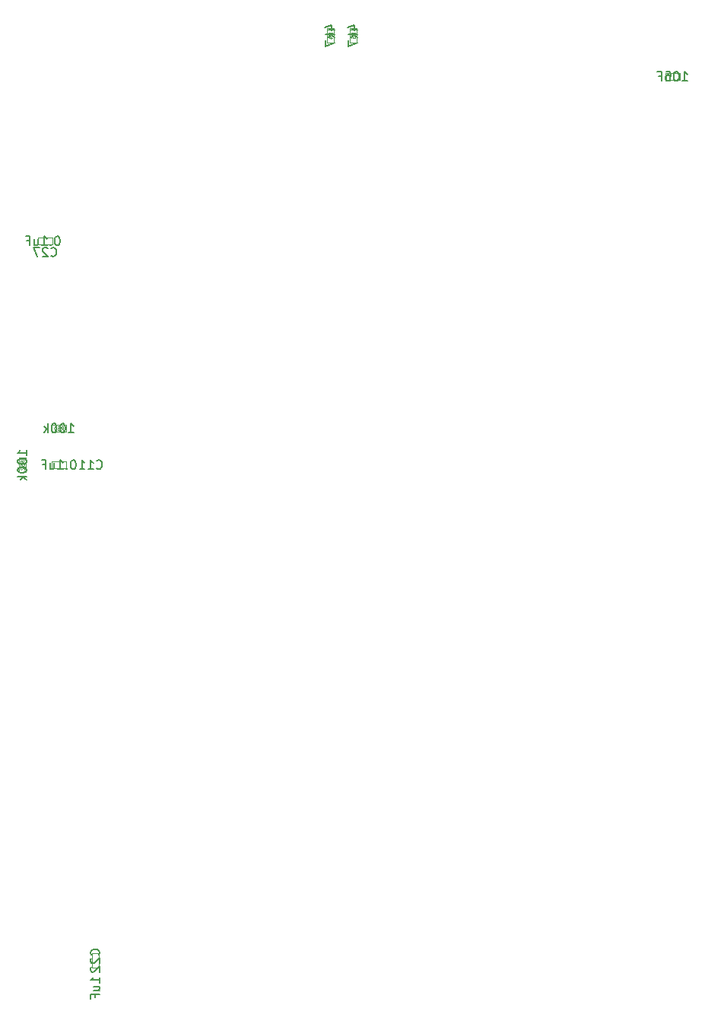
<source format=gbr>
G04 #@! TF.FileFunction,Other,Fab,Bot*
%FSLAX46Y46*%
G04 Gerber Fmt 4.6, Leading zero omitted, Abs format (unit mm)*
G04 Created by KiCad (PCBNEW 4.0.6) date 01/21/18 14:08:51*
%MOMM*%
%LPD*%
G01*
G04 APERTURE LIST*
%ADD10C,0.100000*%
%ADD11C,0.150000*%
%ADD12C,0.075000*%
G04 APERTURE END LIST*
D10*
X267678000Y-42526000D02*
X267678000Y-43326000D01*
X269278000Y-42526000D02*
X267678000Y-42526000D01*
X269278000Y-43326000D02*
X269278000Y-42526000D01*
X267678000Y-43326000D02*
X269278000Y-43326000D01*
X200952000Y-86506000D02*
X200952000Y-85706000D01*
X199352000Y-86506000D02*
X200952000Y-86506000D01*
X199352000Y-85706000D02*
X199352000Y-86506000D01*
X200952000Y-85706000D02*
X199352000Y-85706000D01*
X203816000Y-142024000D02*
X204616000Y-142024000D01*
X203816000Y-140424000D02*
X203816000Y-142024000D01*
X204616000Y-140424000D02*
X203816000Y-140424000D01*
X204616000Y-142024000D02*
X204616000Y-140424000D01*
X200952000Y-82442000D02*
X200952000Y-81642000D01*
X199352000Y-82442000D02*
X200952000Y-82442000D01*
X199352000Y-81642000D02*
X199352000Y-82442000D01*
X200952000Y-81642000D02*
X199352000Y-81642000D01*
X195688000Y-86906000D02*
X196488000Y-86906000D01*
X195688000Y-85306000D02*
X195688000Y-86906000D01*
X196488000Y-85306000D02*
X195688000Y-85306000D01*
X196488000Y-86906000D02*
X196488000Y-85306000D01*
X197828000Y-60814000D02*
X197828000Y-61614000D01*
X199428000Y-60814000D02*
X197828000Y-60814000D01*
X199428000Y-61614000D02*
X199428000Y-60814000D01*
X197828000Y-61614000D02*
X199428000Y-61614000D01*
X230778000Y-37554000D02*
X229978000Y-37554000D01*
X230778000Y-39154000D02*
X230778000Y-37554000D01*
X229978000Y-39154000D02*
X230778000Y-39154000D01*
X229978000Y-37554000D02*
X229978000Y-39154000D01*
X233318000Y-37554000D02*
X232518000Y-37554000D01*
X233318000Y-39154000D02*
X233318000Y-37554000D01*
X232518000Y-39154000D02*
X233318000Y-39154000D01*
X232518000Y-37554000D02*
X232518000Y-39154000D01*
D11*
X269549428Y-43378381D02*
X270120857Y-43378381D01*
X269835143Y-43378381D02*
X269835143Y-42378381D01*
X269930381Y-42521238D01*
X270025619Y-42616476D01*
X270120857Y-42664095D01*
X268930381Y-42378381D02*
X268835142Y-42378381D01*
X268739904Y-42426000D01*
X268692285Y-42473619D01*
X268644666Y-42568857D01*
X268597047Y-42759333D01*
X268597047Y-42997429D01*
X268644666Y-43187905D01*
X268692285Y-43283143D01*
X268739904Y-43330762D01*
X268835142Y-43378381D01*
X268930381Y-43378381D01*
X269025619Y-43330762D01*
X269073238Y-43283143D01*
X269120857Y-43187905D01*
X269168476Y-42997429D01*
X269168476Y-42759333D01*
X269120857Y-42568857D01*
X269073238Y-42473619D01*
X269025619Y-42426000D01*
X268930381Y-42378381D01*
X268168476Y-42711714D02*
X268168476Y-43378381D01*
X268168476Y-42806952D02*
X268120857Y-42759333D01*
X268025619Y-42711714D01*
X267882761Y-42711714D01*
X267787523Y-42759333D01*
X267739904Y-42854571D01*
X267739904Y-43378381D01*
X266930380Y-42854571D02*
X267263714Y-42854571D01*
X267263714Y-43378381D02*
X267263714Y-42378381D01*
X266787523Y-42378381D01*
X268644666Y-43283143D02*
X268692285Y-43330762D01*
X268835142Y-43378381D01*
X268930380Y-43378381D01*
X269073238Y-43330762D01*
X269168476Y-43235524D01*
X269216095Y-43140286D01*
X269263714Y-42949810D01*
X269263714Y-42806952D01*
X269216095Y-42616476D01*
X269168476Y-42521238D01*
X269073238Y-42426000D01*
X268930380Y-42378381D01*
X268835142Y-42378381D01*
X268692285Y-42426000D01*
X268644666Y-42473619D01*
X267739904Y-42378381D02*
X268216095Y-42378381D01*
X268263714Y-42854571D01*
X268216095Y-42806952D01*
X268120857Y-42759333D01*
X267882761Y-42759333D01*
X267787523Y-42806952D01*
X267739904Y-42854571D01*
X267692285Y-42949810D01*
X267692285Y-43187905D01*
X267739904Y-43283143D01*
X267787523Y-43330762D01*
X267882761Y-43378381D01*
X268120857Y-43378381D01*
X268216095Y-43330762D01*
X268263714Y-43283143D01*
X201794857Y-85558381D02*
X201699618Y-85558381D01*
X201604380Y-85606000D01*
X201556761Y-85653619D01*
X201509142Y-85748857D01*
X201461523Y-85939333D01*
X201461523Y-86177429D01*
X201509142Y-86367905D01*
X201556761Y-86463143D01*
X201604380Y-86510762D01*
X201699618Y-86558381D01*
X201794857Y-86558381D01*
X201890095Y-86510762D01*
X201937714Y-86463143D01*
X201985333Y-86367905D01*
X202032952Y-86177429D01*
X202032952Y-85939333D01*
X201985333Y-85748857D01*
X201937714Y-85653619D01*
X201890095Y-85606000D01*
X201794857Y-85558381D01*
X201032952Y-86463143D02*
X200985333Y-86510762D01*
X201032952Y-86558381D01*
X201080571Y-86510762D01*
X201032952Y-86463143D01*
X201032952Y-86558381D01*
X200032952Y-86558381D02*
X200604381Y-86558381D01*
X200318667Y-86558381D02*
X200318667Y-85558381D01*
X200413905Y-85701238D01*
X200509143Y-85796476D01*
X200604381Y-85844095D01*
X199175809Y-85891714D02*
X199175809Y-86558381D01*
X199604381Y-85891714D02*
X199604381Y-86415524D01*
X199556762Y-86510762D01*
X199461524Y-86558381D01*
X199318666Y-86558381D01*
X199223428Y-86510762D01*
X199175809Y-86463143D01*
X198366285Y-86034571D02*
X198699619Y-86034571D01*
X198699619Y-86558381D02*
X198699619Y-85558381D01*
X198223428Y-85558381D01*
X204350857Y-86463143D02*
X204398476Y-86510762D01*
X204541333Y-86558381D01*
X204636571Y-86558381D01*
X204779429Y-86510762D01*
X204874667Y-86415524D01*
X204922286Y-86320286D01*
X204969905Y-86129810D01*
X204969905Y-85986952D01*
X204922286Y-85796476D01*
X204874667Y-85701238D01*
X204779429Y-85606000D01*
X204636571Y-85558381D01*
X204541333Y-85558381D01*
X204398476Y-85606000D01*
X204350857Y-85653619D01*
X203398476Y-86558381D02*
X203969905Y-86558381D01*
X203684191Y-86558381D02*
X203684191Y-85558381D01*
X203779429Y-85701238D01*
X203874667Y-85796476D01*
X203969905Y-85844095D01*
X202446095Y-86558381D02*
X203017524Y-86558381D01*
X202731810Y-86558381D02*
X202731810Y-85558381D01*
X202827048Y-85701238D01*
X202922286Y-85796476D01*
X203017524Y-85844095D01*
X204668381Y-143676762D02*
X204668381Y-143105333D01*
X204668381Y-143391047D02*
X203668381Y-143391047D01*
X203811238Y-143295809D01*
X203906476Y-143200571D01*
X203954095Y-143105333D01*
X204001714Y-144533905D02*
X204668381Y-144533905D01*
X204001714Y-144105333D02*
X204525524Y-144105333D01*
X204620762Y-144152952D01*
X204668381Y-144248190D01*
X204668381Y-144391048D01*
X204620762Y-144486286D01*
X204573143Y-144533905D01*
X204144571Y-145343429D02*
X204144571Y-145010095D01*
X204668381Y-145010095D02*
X203668381Y-145010095D01*
X203668381Y-145486286D01*
X204573143Y-140581143D02*
X204620762Y-140533524D01*
X204668381Y-140390667D01*
X204668381Y-140295429D01*
X204620762Y-140152571D01*
X204525524Y-140057333D01*
X204430286Y-140009714D01*
X204239810Y-139962095D01*
X204096952Y-139962095D01*
X203906476Y-140009714D01*
X203811238Y-140057333D01*
X203716000Y-140152571D01*
X203668381Y-140295429D01*
X203668381Y-140390667D01*
X203716000Y-140533524D01*
X203763619Y-140581143D01*
X203763619Y-140962095D02*
X203716000Y-141009714D01*
X203668381Y-141104952D01*
X203668381Y-141343048D01*
X203716000Y-141438286D01*
X203763619Y-141485905D01*
X203858857Y-141533524D01*
X203954095Y-141533524D01*
X204096952Y-141485905D01*
X204668381Y-140914476D01*
X204668381Y-141533524D01*
X203763619Y-141914476D02*
X203716000Y-141962095D01*
X203668381Y-142057333D01*
X203668381Y-142295429D01*
X203716000Y-142390667D01*
X203763619Y-142438286D01*
X203858857Y-142485905D01*
X203954095Y-142485905D01*
X204096952Y-142438286D01*
X204668381Y-141866857D01*
X204668381Y-142485905D01*
X201223428Y-82494381D02*
X201794857Y-82494381D01*
X201509143Y-82494381D02*
X201509143Y-81494381D01*
X201604381Y-81637238D01*
X201699619Y-81732476D01*
X201794857Y-81780095D01*
X200604381Y-81494381D02*
X200509142Y-81494381D01*
X200413904Y-81542000D01*
X200366285Y-81589619D01*
X200318666Y-81684857D01*
X200271047Y-81875333D01*
X200271047Y-82113429D01*
X200318666Y-82303905D01*
X200366285Y-82399143D01*
X200413904Y-82446762D01*
X200509142Y-82494381D01*
X200604381Y-82494381D01*
X200699619Y-82446762D01*
X200747238Y-82399143D01*
X200794857Y-82303905D01*
X200842476Y-82113429D01*
X200842476Y-81875333D01*
X200794857Y-81684857D01*
X200747238Y-81589619D01*
X200699619Y-81542000D01*
X200604381Y-81494381D01*
X199652000Y-81494381D02*
X199556761Y-81494381D01*
X199461523Y-81542000D01*
X199413904Y-81589619D01*
X199366285Y-81684857D01*
X199318666Y-81875333D01*
X199318666Y-82113429D01*
X199366285Y-82303905D01*
X199413904Y-82399143D01*
X199461523Y-82446762D01*
X199556761Y-82494381D01*
X199652000Y-82494381D01*
X199747238Y-82446762D01*
X199794857Y-82399143D01*
X199842476Y-82303905D01*
X199890095Y-82113429D01*
X199890095Y-81875333D01*
X199842476Y-81684857D01*
X199794857Y-81589619D01*
X199747238Y-81542000D01*
X199652000Y-81494381D01*
X198890095Y-82494381D02*
X198890095Y-81494381D01*
X198794857Y-82113429D02*
X198509142Y-82494381D01*
X198509142Y-81827714D02*
X198890095Y-82208667D01*
D12*
X200409142Y-82222952D02*
X200542476Y-82032476D01*
X200637714Y-82222952D02*
X200637714Y-81822952D01*
X200485333Y-81822952D01*
X200447238Y-81842000D01*
X200428190Y-81861048D01*
X200409142Y-81899143D01*
X200409142Y-81956286D01*
X200428190Y-81994381D01*
X200447238Y-82013429D01*
X200485333Y-82032476D01*
X200637714Y-82032476D01*
X200047238Y-81822952D02*
X200237714Y-81822952D01*
X200256762Y-82013429D01*
X200237714Y-81994381D01*
X200199619Y-81975333D01*
X200104381Y-81975333D01*
X200066285Y-81994381D01*
X200047238Y-82013429D01*
X200028190Y-82051524D01*
X200028190Y-82146762D01*
X200047238Y-82184857D01*
X200066285Y-82203905D01*
X200104381Y-82222952D01*
X200199619Y-82222952D01*
X200237714Y-82203905D01*
X200256762Y-82184857D01*
X199780571Y-81822952D02*
X199742476Y-81822952D01*
X199704381Y-81842000D01*
X199685333Y-81861048D01*
X199666286Y-81899143D01*
X199647238Y-81975333D01*
X199647238Y-82070571D01*
X199666286Y-82146762D01*
X199685333Y-82184857D01*
X199704381Y-82203905D01*
X199742476Y-82222952D01*
X199780571Y-82222952D01*
X199818667Y-82203905D01*
X199837714Y-82184857D01*
X199856762Y-82146762D01*
X199875810Y-82070571D01*
X199875810Y-81975333D01*
X199856762Y-81899143D01*
X199837714Y-81861048D01*
X199818667Y-81842000D01*
X199780571Y-81822952D01*
D11*
X196540381Y-85034572D02*
X196540381Y-84463143D01*
X196540381Y-84748857D02*
X195540381Y-84748857D01*
X195683238Y-84653619D01*
X195778476Y-84558381D01*
X195826095Y-84463143D01*
X195540381Y-85653619D02*
X195540381Y-85748858D01*
X195588000Y-85844096D01*
X195635619Y-85891715D01*
X195730857Y-85939334D01*
X195921333Y-85986953D01*
X196159429Y-85986953D01*
X196349905Y-85939334D01*
X196445143Y-85891715D01*
X196492762Y-85844096D01*
X196540381Y-85748858D01*
X196540381Y-85653619D01*
X196492762Y-85558381D01*
X196445143Y-85510762D01*
X196349905Y-85463143D01*
X196159429Y-85415524D01*
X195921333Y-85415524D01*
X195730857Y-85463143D01*
X195635619Y-85510762D01*
X195588000Y-85558381D01*
X195540381Y-85653619D01*
X195540381Y-86606000D02*
X195540381Y-86701239D01*
X195588000Y-86796477D01*
X195635619Y-86844096D01*
X195730857Y-86891715D01*
X195921333Y-86939334D01*
X196159429Y-86939334D01*
X196349905Y-86891715D01*
X196445143Y-86844096D01*
X196492762Y-86796477D01*
X196540381Y-86701239D01*
X196540381Y-86606000D01*
X196492762Y-86510762D01*
X196445143Y-86463143D01*
X196349905Y-86415524D01*
X196159429Y-86367905D01*
X195921333Y-86367905D01*
X195730857Y-86415524D01*
X195635619Y-86463143D01*
X195588000Y-86510762D01*
X195540381Y-86606000D01*
X196540381Y-87367905D02*
X195540381Y-87367905D01*
X196159429Y-87463143D02*
X196540381Y-87748858D01*
X195873714Y-87748858D02*
X196254667Y-87367905D01*
D12*
X196268952Y-85848858D02*
X196078476Y-85715524D01*
X196268952Y-85620286D02*
X195868952Y-85620286D01*
X195868952Y-85772667D01*
X195888000Y-85810762D01*
X195907048Y-85829810D01*
X195945143Y-85848858D01*
X196002286Y-85848858D01*
X196040381Y-85829810D01*
X196059429Y-85810762D01*
X196078476Y-85772667D01*
X196078476Y-85620286D01*
X195868952Y-86210762D02*
X195868952Y-86020286D01*
X196059429Y-86001238D01*
X196040381Y-86020286D01*
X196021333Y-86058381D01*
X196021333Y-86153619D01*
X196040381Y-86191715D01*
X196059429Y-86210762D01*
X196097524Y-86229810D01*
X196192762Y-86229810D01*
X196230857Y-86210762D01*
X196249905Y-86191715D01*
X196268952Y-86153619D01*
X196268952Y-86058381D01*
X196249905Y-86020286D01*
X196230857Y-86001238D01*
X195907048Y-86382190D02*
X195888000Y-86401238D01*
X195868952Y-86439333D01*
X195868952Y-86534571D01*
X195888000Y-86572667D01*
X195907048Y-86591714D01*
X195945143Y-86610762D01*
X195983238Y-86610762D01*
X196040381Y-86591714D01*
X196268952Y-86363143D01*
X196268952Y-86610762D01*
D11*
X200016857Y-60666381D02*
X199921618Y-60666381D01*
X199826380Y-60714000D01*
X199778761Y-60761619D01*
X199731142Y-60856857D01*
X199683523Y-61047333D01*
X199683523Y-61285429D01*
X199731142Y-61475905D01*
X199778761Y-61571143D01*
X199826380Y-61618762D01*
X199921618Y-61666381D01*
X200016857Y-61666381D01*
X200112095Y-61618762D01*
X200159714Y-61571143D01*
X200207333Y-61475905D01*
X200254952Y-61285429D01*
X200254952Y-61047333D01*
X200207333Y-60856857D01*
X200159714Y-60761619D01*
X200112095Y-60714000D01*
X200016857Y-60666381D01*
X199254952Y-61571143D02*
X199207333Y-61618762D01*
X199254952Y-61666381D01*
X199302571Y-61618762D01*
X199254952Y-61571143D01*
X199254952Y-61666381D01*
X198254952Y-61666381D02*
X198826381Y-61666381D01*
X198540667Y-61666381D02*
X198540667Y-60666381D01*
X198635905Y-60809238D01*
X198731143Y-60904476D01*
X198826381Y-60952095D01*
X197397809Y-60999714D02*
X197397809Y-61666381D01*
X197826381Y-60999714D02*
X197826381Y-61523524D01*
X197778762Y-61618762D01*
X197683524Y-61666381D01*
X197540666Y-61666381D01*
X197445428Y-61618762D01*
X197397809Y-61571143D01*
X196588285Y-61142571D02*
X196921619Y-61142571D01*
X196921619Y-61666381D02*
X196921619Y-60666381D01*
X196445428Y-60666381D01*
X199270857Y-62821143D02*
X199318476Y-62868762D01*
X199461333Y-62916381D01*
X199556571Y-62916381D01*
X199699429Y-62868762D01*
X199794667Y-62773524D01*
X199842286Y-62678286D01*
X199889905Y-62487810D01*
X199889905Y-62344952D01*
X199842286Y-62154476D01*
X199794667Y-62059238D01*
X199699429Y-61964000D01*
X199556571Y-61916381D01*
X199461333Y-61916381D01*
X199318476Y-61964000D01*
X199270857Y-62011619D01*
X198889905Y-62011619D02*
X198842286Y-61964000D01*
X198747048Y-61916381D01*
X198508952Y-61916381D01*
X198413714Y-61964000D01*
X198366095Y-62011619D01*
X198318476Y-62106857D01*
X198318476Y-62202095D01*
X198366095Y-62344952D01*
X198937524Y-62916381D01*
X198318476Y-62916381D01*
X197985143Y-61916381D02*
X197318476Y-61916381D01*
X197747048Y-62916381D01*
X230163714Y-37663524D02*
X230830381Y-37663524D01*
X229782762Y-37425428D02*
X230497048Y-37187333D01*
X230497048Y-37806381D01*
X230830381Y-38187333D02*
X229830381Y-38187333D01*
X230449429Y-38282571D02*
X230830381Y-38568286D01*
X230163714Y-38568286D02*
X230544667Y-38187333D01*
X229830381Y-38901619D02*
X229830381Y-39568286D01*
X230830381Y-39139714D01*
D12*
X230558952Y-38287334D02*
X230368476Y-38154000D01*
X230558952Y-38058762D02*
X230158952Y-38058762D01*
X230158952Y-38211143D01*
X230178000Y-38249238D01*
X230197048Y-38268286D01*
X230235143Y-38287334D01*
X230292286Y-38287334D01*
X230330381Y-38268286D01*
X230349429Y-38249238D01*
X230368476Y-38211143D01*
X230368476Y-38058762D01*
X230292286Y-38630191D02*
X230558952Y-38630191D01*
X230139905Y-38534953D02*
X230425619Y-38439714D01*
X230425619Y-38687334D01*
D11*
X232703714Y-37663524D02*
X233370381Y-37663524D01*
X232322762Y-37425428D02*
X233037048Y-37187333D01*
X233037048Y-37806381D01*
X233370381Y-38187333D02*
X232370381Y-38187333D01*
X232989429Y-38282571D02*
X233370381Y-38568286D01*
X232703714Y-38568286D02*
X233084667Y-38187333D01*
X232370381Y-38901619D02*
X232370381Y-39568286D01*
X233370381Y-39139714D01*
D12*
X233098952Y-38287334D02*
X232908476Y-38154000D01*
X233098952Y-38058762D02*
X232698952Y-38058762D01*
X232698952Y-38211143D01*
X232718000Y-38249238D01*
X232737048Y-38268286D01*
X232775143Y-38287334D01*
X232832286Y-38287334D01*
X232870381Y-38268286D01*
X232889429Y-38249238D01*
X232908476Y-38211143D01*
X232908476Y-38058762D01*
X232698952Y-38649238D02*
X232698952Y-38458762D01*
X232889429Y-38439714D01*
X232870381Y-38458762D01*
X232851333Y-38496857D01*
X232851333Y-38592095D01*
X232870381Y-38630191D01*
X232889429Y-38649238D01*
X232927524Y-38668286D01*
X233022762Y-38668286D01*
X233060857Y-38649238D01*
X233079905Y-38630191D01*
X233098952Y-38592095D01*
X233098952Y-38496857D01*
X233079905Y-38458762D01*
X233060857Y-38439714D01*
M02*

</source>
